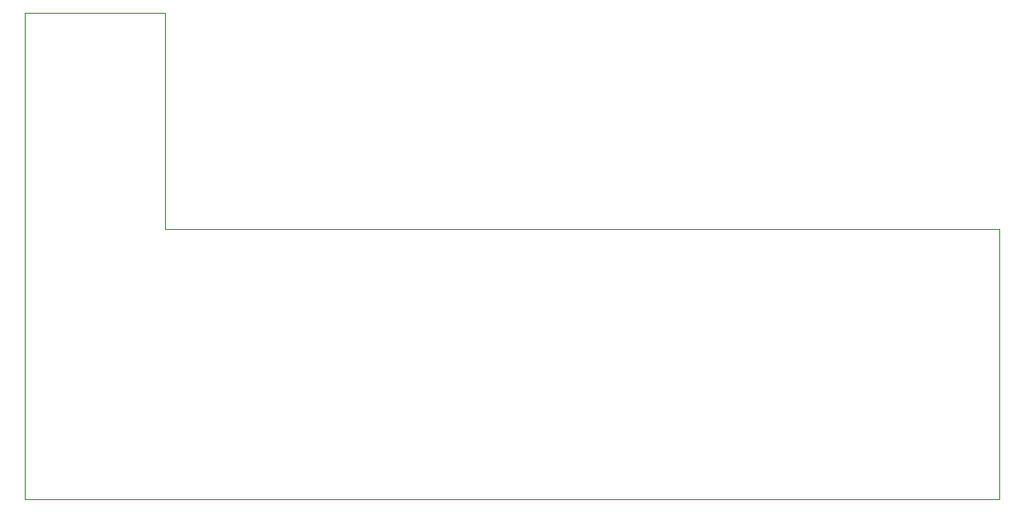
<source format=gm1>
G04 #@! TF.GenerationSoftware,KiCad,Pcbnew,8.0.6*
G04 #@! TF.CreationDate,2025-01-23T19:59:46-06:00*
G04 #@! TF.ProjectId,PD_Board,50445f42-6f61-4726-942e-6b696361645f,rev?*
G04 #@! TF.SameCoordinates,Original*
G04 #@! TF.FileFunction,Profile,NP*
%FSLAX46Y46*%
G04 Gerber Fmt 4.6, Leading zero omitted, Abs format (unit mm)*
G04 Created by KiCad (PCBNEW 8.0.6) date 2025-01-23 19:59:46*
%MOMM*%
%LPD*%
G01*
G04 APERTURE LIST*
G04 #@! TA.AperFunction,Profile*
%ADD10C,0.050000*%
G04 #@! TD*
G04 APERTURE END LIST*
D10*
X100000000Y-125000000D02*
X100000000Y-100000000D01*
X190000000Y-125000000D02*
X100000000Y-125000000D01*
X190000000Y-100000000D02*
X190000000Y-125000000D01*
X113000000Y-100000000D02*
X190000000Y-100000000D01*
X113000000Y-80000000D02*
X113000000Y-100000000D01*
X100000000Y-80000000D02*
X113000000Y-80000000D01*
X100000000Y-100000000D02*
X100000000Y-80000000D01*
M02*

</source>
